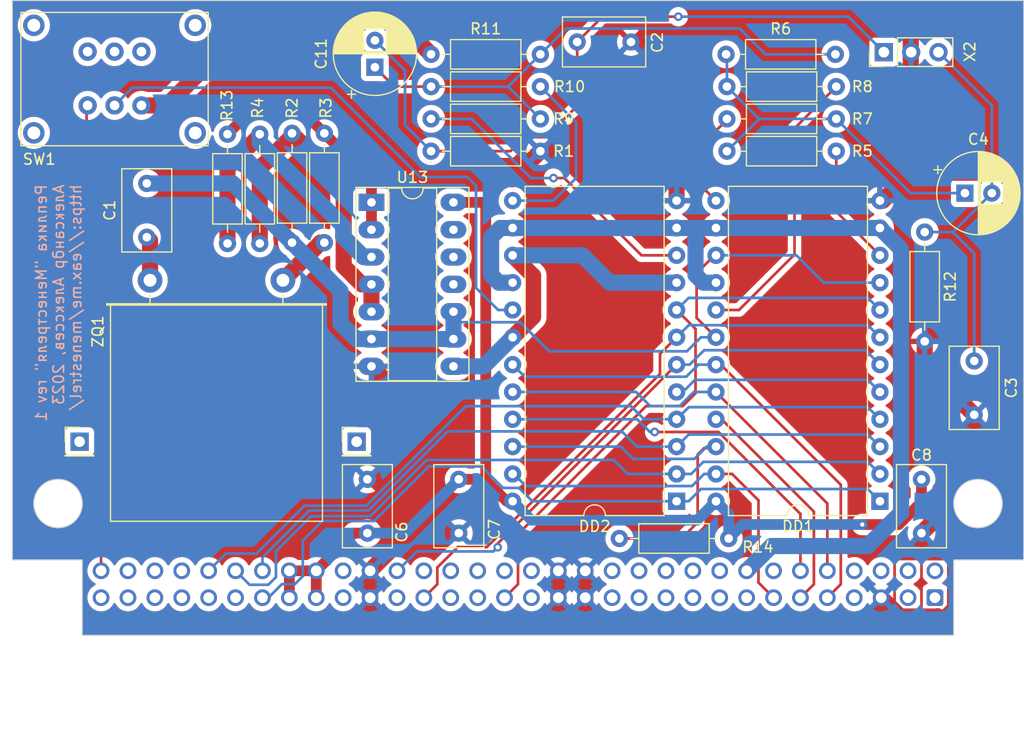
<source format=kicad_pcb>
(kicad_pcb (version 20221018) (generator pcbnew)
  (title_block (title "Реплика \"Менестреля\" ::: https://eax.me/menestrel/") (date "2023-06-18") (rev "1"))
  (layers (0 "F.Cu" signal) (31 "B.Cu" signal) (34 "B.Paste" user) (35 "F.Paste" user) (36 "B.SilkS" user "B.Silkscreen") (37 "F.SilkS" user "F.Silkscreen") (38 "B.Mask" user) (39 "F.Mask" user) (44 "Edge.Cuts" user))
  (net 0 "")
  (net 1 "Net-(C1-Pad1)")
  (net 2 "CLK_A")
  (net 3 "GND")
  (net 4 "Net-(C11-Pad2)")
  (net 5 "Net-(C3-Pad1)")
  (net 6 "Net-(C4-Pad1)")
  (net 7 "VCC")
  (net 8 "Net-(C11-Pad1)")
  (net 9 "DO07")
  (net 10 "DO06")
  (net 11 "DO05")
  (net 12 "DO04")
  (net 13 "DO03")
  (net 14 "DO02")
  (net 15 "DO01")
  (net 16 "DO00")
  (net 17 "Net-(DD1-OUT0)")
  (net 18 "DO15")
  (net 19 "Net-(DD1-OUT1)")
  (net 20 "Net-(DD1-OUT2)")
  (net 21 "DO08")
  (net 22 "DO09")
  (net 23 "DO10")
  (net 24 "Net-(DD1-~{RD})")
  (net 25 "DO12")
  (net 26 "CLK_B")
  (net 27 "Net-(DD2-OUT0)")
  (net 28 "Net-(DD2-OUT1)")
  (net 29 "Net-(DD2-OUT2)")
  (net 30 "DO11")
  (net 31 "Net-(R2-Pad1)")
  (net 32 "Net-(R13-Pad1)")
  (net 33 "Net-(R3-Pad2)")
  (net 34 "Net-(R13-Pad2)")
  (net 35 "Net-(SW1A-A)")
  (net 36 "IRQ2")
  (net 43 "Int#")
  (net 54 "DI05")
  (net 57 "DI07")
  (net 58 "DI01")
  (net 59 "DO14")
  (net 60 "DI13")
  (net 61 "DI09")
  (net 62 "DI11")
  (net 63 "RxTLG")
  (net 64 "TxTLG")
  (net 66 "DI03")
  (net 72 "DI04")
  (net 74 "DI06")
  (net 75 "DI02")
  (net 76 "DI00")
  (net 77 "DO13")
  (net 78 "DI14")
  (net 79 "DI12")
  (net 80 "DI08")
  (net 81 "DI10")
  (footprint "Resistor_THT:R_Axial_DIN0207_L6.3mm_D2.5mm_P10.16mm_Horizontal" (layer "F.Cu") (at 149.08 64 180)
    (fp_text reference "R1")
    (fp_text value "1K" hide)
  )
  (footprint "Capacitor_THT:CP_Radial_D7.5mm_P2.50mm" (layer "F.Cu") (at 188.538606 67.9)
    (fp_text reference "C4")
    (fp_text value "22u" hide)
  )
  (footprint "Resistor_THT:R_Axial_DIN0207_L6.3mm_D2.5mm_P10.16mm_Horizontal" (layer "F.Cu") (at 166.42 61)
    (fp_text reference "R7")
    (fp_text value "27K" hide)
  )
  (footprint "Resistor_THT:R_Axial_DIN0207_L6.3mm_D2.5mm_P10.16mm_Horizontal" (layer "F.Cu") (at 138.92 61)
    (fp_text reference "R9")
    (fp_text value "27K" hide)
  )
  (footprint "Resistor_THT:R_Axial_DIN0207_L6.3mm_D2.5mm_P10.16mm_Horizontal" (layer "F.Cu") (at 166.34 55)
    (fp_text reference "R6")
    (fp_text value "5K1" hide)
  )
  (footprint "Capacitor_THT:C_Disc_D7.5mm_W4.4mm_P5.00mm" (layer "F.Cu") (at 133 99.5 90)
    (fp_text reference "C6")
    (fp_text value "68n" hide)
  )
  (footprint "Resistor_THT:R_Axial_DIN0207_L6.3mm_D2.5mm_P10.16mm_Horizontal" (layer "F.Cu") (at 126 62.34 -90)
    (fp_text reference "R2")
    (fp_text value "560" hide)
  )
  (footprint "Resistor_THT:R_Axial_DIN0207_L6.3mm_D2.5mm_P10.16mm_Horizontal" (layer "F.Cu") (at 129 62.34 -90)
    (fp_text reference "R3")
    (fp_text value "220" hide)
  )
  (footprint "Resistor_THT:R_Axial_DIN0207_L6.3mm_D2.5mm_P10.16mm_Horizontal" (layer "F.Cu") (at 138.92 55)
    (fp_text reference "R11")
    (fp_text value "27K" hide)
  )
  (footprint "Capacitor_THT:C_Disc_D7.5mm_W4.4mm_P5.00mm" (layer "F.Cu") (at 141.5 94.5 -90)
    (fp_text reference "C7")
    (fp_text value "68n" hide)
  )
  (footprint "Resistor_THT:R_Axial_DIN0207_L6.3mm_D2.5mm_P10.16mm_Horizontal" (layer "F.Cu") (at 176.58 64 180)
    (fp_text reference "R5")
    (fp_text value "27K" hide)
  )
  (footprint "Package_DIP:DIP-24_W15.24mm" (layer "F.Cu") (at 161.74 96.54 180)
    (fp_text reference "DD2")
    (fp_text value "КР580ВИ53")
  )
  (footprint "Resistor_THT:R_Axial_DIN0207_L6.3mm_D2.5mm_P10.16mm_Horizontal" (layer "F.Cu") (at 184.8 71.52 -90)
    (fp_text reference "R12")
    (fp_text value "1K" hide)
  )
  (footprint "Resistor_THT:R_Axial_DIN0207_L6.3mm_D2.5mm_P10.16mm_Horizontal" (layer "F.Cu") (at 176.58 58 180)
    (fp_text reference "R8")
    (fp_text value "27K" hide)
  )
  (footprint "Resistor_THT:R_Axial_DIN0207_L6.3mm_D2.5mm_P10.16mm_Horizontal" (layer "F.Cu") (at 123 62.42 -90)
    (fp_text reference "R4")
    (fp_text value "220" hide)
  )
  (footprint "Connector_PinHeader_2.54mm:PinHeader_1x01_P2.54mm_Vertical" (layer "F.Cu") (at 132 91)
    (fp_text reference "J2" hide)
    (fp_text value "Conn_01x01" hide)
  )
  (footprint "Resistor_THT:R_Axial_DIN0207_L6.3mm_D2.5mm_P10.16mm_Horizontal" (layer "F.Cu") (at 166.58 100 180)
    (fp_text reference "R14")
    (fp_text value "1K" hide)
  )
  (footprint "Capacitor_THT:C_Disc_D7.5mm_W4.4mm_P5.00mm" (layer "F.Cu") (at 112.5 72 90)
    (fp_text reference "C1")
    (fp_text value "82p" hide)
  )
  (footprint "Crystal:Crystal_HC51_Horizontal" (layer "F.Cu") (at 112.8 76)
    (fp_text reference "ZQ1")
    (fp_text value "1 MHz" hide)
  )
  (footprint "Capacitor_THT:CP_Radial_D7.5mm_P2.50mm" (layer "F.Cu") (at 133.7 56.2 90)
    (fp_text reference "C11")
    (fp_text value "22u" hide)
  )
  (footprint "My_Library:SNP58_64_Male_Horizontal_THT" (layer "F.Cu") (at 185.75 105.5 180)
    (fp_text reference "X1" hide)
    (fp_text value "СНП58-64" hide)
  )
  (footprint "Resistor_THT:R_Axial_DIN0207_L6.3mm_D2.5mm_P10.16mm_Horizontal" (layer "F.Cu") (at 120 62.42 -90)
    (fp_text reference "R13")
    (fp_text value "560" hide)
  )
  (footprint "Capacitor_THT:C_Disc_D7.5mm_W4.4mm_P5.00mm" (layer "F.Cu") (at 184.5 94.5 -90)
    (fp_text reference "C8")
    (fp_text value "68n" hide)
  )
  (footprint "Capacitor_THT:C_Disc_D7.5mm_W4.4mm_P5.00mm" (layer "F.Cu") (at 189.4 83.5 -90)
    (fp_text reference "C3")
    (fp_text value "10u" hide)
  )
  (footprint "Connector_PinHeader_2.54mm:PinHeader_1x01_P2.54mm_Vertical" (layer "F.Cu") (at 106.25 91)
    (fp_text reference "J1" hide)
    (fp_text value "Conn_01x01" hide)
  )
  (footprint "Resistor_THT:R_Axial_DIN0207_L6.3mm_D2.5mm_P10.16mm_Horizontal" (layer "F.Cu") (at 149.08 58 180)
    (fp_text reference "R10")
    (fp_text value "27K" hide)
  )
  (footprint "Package_DIP:DIP-14_W7.62mm_Socket_LongPads" (layer "F.Cu") (at 133.38 68.76)
    (fp_text reference "U13")
    (fp_text value "К155ЛА3")
  )
  (footprint "My_Library:SW_PD11_5_DPDT" (layer "F.Cu") (at 113.5 58.5 180)
    (fp_text reference "SW1")
    (fp_text value "ПД11-5" hide)
  )
  (footprint "Package_DIP:DIP-24_W15.24mm" (layer "F.Cu") (at 180.64 96.54 180)
    (fp_text reference "DD1")
    (fp_text value "КР580ВИ53")
  )
  (footprint "Connector_PinHeader_2.54mm:PinHeader_1x03_P2.54mm_Vertical" (layer "F.Cu") (at 181 54.8 90)
    (fp_text reference "X2")
    (fp_text value "СГ-3" hide)
  )
  (footprint "Capacitor_THT:C_Disc_D7.5mm_W4.4mm_P5.00mm" (layer "F.Cu") (at 157.5 53.85 180)
    (fp_text reference "C2")
    (fp_text value "10u" hide)
  )
  (gr_line (start 194 50) (end 194 102) (stroke (width 0.1)) (layer "Edge.Cuts"))
  (gr_line (start 106.5 102) (end 100 102) (stroke (width 0.1)) (layer "Edge.Cuts"))
  (gr_circle (center 189.75 96.75) (end 189.75 99) (stroke (width 0.1)) (fill none) (layer "Edge.Cuts"))
  (gr_line (start 194 102) (end 187.5 102) (stroke (width 0.1)) (layer "Edge.Cuts"))
  (gr_line (start 106.5 109) (end 106.5 102) (stroke (width 0.1)) (layer "Edge.Cuts"))
  (gr_line (start 187.5 109) (end 106.5 109) (stroke (width 0.1)) (layer "Edge.Cuts"))
  (gr_circle (center 104.25 96.75) (end 104.25 99) (stroke (width 0.1)) (fill none) (layer "Edge.Cuts"))
  (gr_line (start 100 50) (end 194 50) (stroke (width 0.1)) (layer "Edge.Cuts"))
  (gr_line (start 187.5 102) (end 187.5 109) (stroke (width 0.1)) (layer "Edge.Cuts"))
  (gr_line (start 100 102) (end 100 50) (stroke (width 0.1)) (layer "Edge.Cuts"))
  (gr_text "Реплика {dblquote}Менестреля{dblquote} rev 1\nАлександр Алекссев, 2023\nhttps://eax.me/menestrel/" (at 106.5 67 90) (layer "B.SilkS") (effects (font (size 1 1)) (justify left bottom mirror)))
  (segment (start 112.8 72.3) (end 112.5 72) (width 0.25) (layer "F.Cu") (net 1))
  (segment (start 112.8 76) (end 112.8 72.3) (width 1.5) (layer "F.Cu") (net 1))
  (segment (start 163.6 75.34) (end 165.26 73.68) (width 0.25) (layer "F.Cu") (net 2))
  (segment (start 165.26 73.68) (end 165.4 73.68) (width 0.25) (layer "F.Cu") (net 2))
  (segment (start 165.4 81.3) (end 163.6 79.5) (width 0.25) (layer "F.Cu") (net 2))
  (segment (start 163.6 79.5) (end 163.6 75.34) (width 0.25) (layer "F.Cu") (net 2))
  (segment (start 141.1 79.9) (end 141 79.8) (width 0.25) (layer "B.Cu") (net 2))
  (segment (start 120.5 67) (end 126 72.5) (width 1.5) (layer "B.Cu") (net 2))
  (segment (start 131.96 81.46) (end 133.38 81.46) (width 1.5) (layer "B.Cu") (net 2))
  (segment (start 149.9 82.6) (end 147.2 79.9) (width 0.25) (layer "B.Cu") (net 2))
  (segment (start 126 72.5) (end 130.5 77) (width 1.5) (layer "B.Cu") (net 2))
  (segment (start 164 81.3) (end 162.7 82.6) (width 0.25) (layer "B.Cu") (net 2))
  (segment (start 147.2 79.9) (end 141.1 79.9) (width 0.25) (layer "B.Cu") (net 2))
  (segment (start 175.42 76.22) (end 180.64 76.22) (width 0.25) (layer "B.Cu") (net 2))
  (segment (start 130.5 77) (end 130.5 80) (width 1.5) (layer "B.Cu") (net 2))
  (segment (start 141 78.92) (end 141 81.46) (width 1.5) (layer "B.Cu") (net 2))
  (segment (start 112.5 67) (end 120.5 67) (width 1.5) (layer "B.Cu") (net 2))
  (segment (start 130.5 80) (end 131.96 81.46) (width 1.5) (layer "B.Cu") (net 2))
  (segment (start 141 79.8) (end 141 78.92) (width 0.25) (layer "B.Cu") (net 2))
  (segment (start 172.88 73.68) (end 175.42 76.22) (width 0.25) (layer "B.Cu") (net 2))
  (segment (start 141 81.46) (end 133.38 81.46) (width 1.5) (layer "B.Cu") (net 2))
  (segment (start 165.4 73.68) (end 172.88 73.68) (width 0.25) (layer "B.Cu") (net 2))
  (segment (start 162.7 82.6) (end 149.9 82.6) (width 0.25) (layer "B.Cu") (net 2))
  (segment (start 165.4 81.3) (end 164 81.3) (width 0.25) (layer "B.Cu") (net 2))
  (segment (start 136 86.62) (end 136 70) (width 1.5) (layer "F.Cu") (net 3))
  (segment (start 185.975 107.25) (end 186 107.225) (width 1.5) (layer "F.Cu") (net 3))
  (segment (start 184.1 64.9) (end 184.1 65.4) (width 1.5) (layer "F.Cu") (net 3))
  (segment (start 186.675 101.275) (end 182.025 101.275) (width 1.5) (layer "F.Cu") (net 3))
  (segment (start 153.25 103) (end 153.25 105.5) (width 1.5) (layer "F.Cu") (net 3))
  (segment (start 184.5 107.25) (end 185.975 107.25) (width 1.5) (layer "F.Cu") (net 3))
  (segment (start 136 70) (end 139.4 66.6) (width 1.5) (layer "F.Cu") (net 3))
  (segment (start 180.75 105.5) (end 182.5 107.25) (width 1.5) (layer "F.Cu") (net 3))
  (segment (start 185.2 66) (end 183.5 64.3) (width 1.5) (layer "F.Cu") (net 3))
  (segment (start 184.525 101.275) (end 186.675 101.275) (width 1.5) (layer "F.Cu") (net 3))
  (segment (start 146.48 66.6) (end 149.08 64) (width 1.5) (layer "F.Cu") (net 3))
  (segment (start 182.5 107.25) (end 182 106.75) (width 0.25) (layer "F.Cu") (net 3))
  (segment (start 184.5 99.5) (end 184.5 101.25) (width 1.5) (layer "F.Cu") (net 3))
  (segment (start 135.5 94.5) (end 133 94.5) (width 1.5) (layer "F.Cu") (net 3))
  (segment (start 151 107.75) (end 154.25 107.75) (width 1.5) (layer "F.Cu") (net 3))
  (segment (start 136 100.25) (end 136 94) (width 1.5) (layer "F.Cu") (net 3))
  (segment (start 186.25 95.45) (end 189.4 92.3) (width 1.5) (layer "F.Cu") (net 3))
  (segment (start 192.9 73.7) (end 192.9 65.9) (width 1.5) (layer "F.Cu") (net 3))
  (segment (start 184.5 99.5) (end 186.25 97.75) (width 1.5) (layer "F.Cu") (net 3))
  (segment (start 133.25 107.25) (end 133.25 105.5) (width 1.5) (layer "F.Cu") (net 3))
  (segment (start 192.8 66) (end 185.2 66) (width 1.5) (layer "F.Cu") (net 3))
  (segment (start 154 107.5) (end 153.25 106.75) (width 1.5) (layer "F.Cu") (net 3))
  (segment (start 153.25 106.75) (end 153.25 105.5) (width 1.5) (layer "F.Cu") (net 3))
  (segment (start 192.9 65.9) (end 192.8 66) (width 1.5) (layer "F.Cu") (net 3))
  (segment (start 161.74 64.1) (end 161.74 68.6) (width 1.5) (layer "F.Cu") (net 3))
  (segment (start 184.5 101.25) (end 184.525 101.275) (width 1.5) (layer "F.Cu") (net 3))
  (segment (start 182.025 101.275) (end 182 101.3) (width 1.5) (layer "F.Cu") (net 3))
  (segment (start 150.75 105.5) (end 150.75 107.5) (width 1.5) (layer "F.Cu") (net 3))
  (segment (start 150.75 107.5) (end 151 107.75) (width 1.5) (layer "F.Cu") (net 3))
  (segment (start 184.5 101.3) (end 184.5 107.25) (width 0.25) (layer "F.Cu") (net 3))
  (segment (start 157.5 53.85) (end 163.15 53.85) (width 1.5) (layer "F.Cu") (net 3))
  (segment (start 187 106.225) (end 186 107.225) (width 0.25) (layer "F.Cu") (net 3))
  (segment (start 180.25 107.75) (end 154.25 107.75) (width 1.5) (layer "F.Cu") (net 3))
  (segment (start 189.4 88.5) (end 184.8 83.9) (width 1.5) (layer "F.Cu") (net 3))
  (segment (start 184.1 65.4) (end 180.9 68.6) (width 1.5) (layer "F.Cu") (net 3))
  (segment (start 181.702081 51.5) (end 165.5 51.5) (width 1.5) (layer "F.Cu") (net 3))
  (segment (start 161.74 64.1) (end 163.15 62.69) (width 1.5) (layer "F.Cu") (net 3))
  (segment (start 180.5 107.5) (end 180.25 107.75) (width 1.5) (layer "F.Cu") (net 3))
  (segment (start 187 101.6) (end 187 106.225) (width 0.25) (layer "F.Cu") (net 3))
  (segment (start 183.5 64.3) (end 183.5 54.5) (width 1.5) (layer "F.Cu") (net 3))
  (segment (start 180.9 68.6) (end 180.64 68.6) (width 1.5) (layer "F.Cu") (net 3))
  (segment (start 150.75 103) (end 150.75 105.5) (width 1.5) (layer "F.Cu") (net 3))
  (segment (start 189.4 92.3) (end 189.4 88.5) (width 1.5) (layer "F.Cu") (net 3))
  (segment (start 163.15 62.69) (end 163.15 53.85) (width 1.5) (layer "F.Cu") (net 3))
  (segment (start 133.75 107.75) (end 133.25 107.25) (width 1.5) (layer "F.Cu") (net 3))
  (segment (start 186.7 101.3) (end 187 101.6) (width 0.25) (layer "F.Cu") (net 3))
  (segment (start 184.8 83.9) (end 184.8 81.68) (width 1.5) (layer "F.Cu") (net 3))
  (segment (start 186.25 97.75) (end 186.25 95.45) (width 1.5) (layer "F.Cu") (net 3))
  (segment (start 133.25 105.5) (end 133.25 103) (width 1.5) (layer "F.Cu") (net 3))
  (segment (start 141.5 99.5) (end 136.75 99.5) (width 1.5) (layer "F.Cu") (net 3))
  (segment (start 182 106.75) (end 182 101.3) (width 0.25) (layer "F.Cu") (net 3))
  (segment (start 139.4 66.6) (end 146.48 66.6) (width 1.5) (layer "F.Cu") (net 3))
  (segment (start 182.5 107.25) (end 184.5 107.25) (width 1.5) (layer "F.Cu") (net 3))
  (segment (start 186.675 101.275) (end 186.7 101.3) (width 1.5) (layer "F.Cu") (net 3))
  (segment (start 136 86.62) (end 136 94) (width 1.5) (layer "F.Cu") (net 3))
  (segment (start 154.25 107.75) (end 154 107.5) (width 1.5) (layer "F.Cu") (net 3))
  (segment (start 184.8 81.68) (end 192.78 73.7) (width 1.5) (layer "F.Cu") (net 3))
  (segment (start 183.5 54.5) (end 183.5 53.297919) (width 1.5) (layer "F.Cu") (net 3))
  (segment (start 151 107.75) (end 133.75 107.75) (width 1.5) (layer "F.Cu") (net 3))
  (segment (start 183.5 53.297919) (end 181.702081 51.5) (width 1.5) (layer "F.Cu") (net 3))
  (segment (start 136.75 99.5) (end 136 100.25) (width 1.5) (layer "F.Cu") (net 3))
  (segment (start 149.08 64) (end 161.64 64) (width 1.5) (layer "F.Cu") (net 3))
  (segment (start 180.75 107.25) (end 180.5 107.5) (width 0.25) (layer "F.Cu") (net 3))
  (segment (start 165.5 51.5) (end 163.15 53.85) (width 1.5) (layer "F.Cu") (net 3))
  (segment (start 133.38 84) (end 136 86.62) (width 1.5) (layer "F.Cu") (net 3))
  (segment (start 192.78 73.7) (end 192.9 73.7) (width 1.5) (layer "F.Cu") (net 3))
  (segment (start 136 94) (end 135.5 94.5) (width 1.5) (layer "F.Cu") (net 3))
  (segment (start 133.25 103) (end 136 100.25) (width 1.5) (layer "F.Cu") (net 3))
  (segment (start 180.75 105.5) (end 180.75 107.25) (width 1.5) (layer "F.Cu") (net 3))
  (segment (start 184.525 101.275) (end 184.5 101.3) (width 0.25) (layer "F.Cu") (net 3))
  (segment (start 161.64 64) (end 161.74 64.1) (width 1.5) (layer "F.Cu") (net 3))
  (segment (start 146.3 64) (end 138.92 64) (width 0.25) (layer "F.Cu") (net 4))
  (segment (start 152.5 59.8) (end 149.6 62.7) (width 0.25) (layer "F.Cu") (net 4))
  (segment (start 152.5 53.85) (end 152.5 59.8) (width 0.25) (layer "F.Cu") (net 4))
  (segment (start 149.6 62.7) (end 147.6 62.7) (width 0.25) (layer "F.Cu") (net 4))
  (segment (start 147.6 62.7) (end 146.3 64) (width 0.25) (layer "F.Cu") (net 4))
  (segment (start 154.8 51.55) (end 152.5 53.85) (width 0.25) (layer "F.Cu") (net 4))
  (segment (start 161.9 51.5) (end 154.8 51.5) (width 0.25) (layer "F.Cu") (net 4))
  (segment (start 154.8 51.5) (end 154.8 51.55) (width 0.25) (layer "F.Cu") (net 4))
  (via (at 161.9 51.5) (size 0.8) (drill 0.4) (layers "F.Cu" "B.Cu") (net 4))
  (segment (start 138.92 64) (end 136.5 61.58) (width 0.25) (layer "B.Cu") (net 4))
  (segment (start 177.7 51.5) (end 181 54.8) (width 0.25) (layer "B.Cu") (net 4))
  (segment (start 161.9 51.5) (end 177.7 51.5) (width 0.25) (layer "B.Cu") (net 4))
  (segment (start 136.5 61.58) (end 136.5 56.5) (width 0.25) (layer "B.Cu") (net 4))
  (segment (start 136.5 56.5) (end 133.7 53.7) (width 0.25) (layer "B.Cu") (net 4))
  (segment (start 191.038606 59.758606) (end 186.08 54.8) (width 0.25) (layer "B.Cu") (net 5))
  (segment (start 191.038606 67.9) (end 191.038606 59.758606) (width 0.25) (layer "B.Cu") (net 5))
  (segment (start 191.038606 67.9) (end 187.418606 71.52) (width 0.25) (layer "B.Cu") (net 5))
  (segment (start 187.418606 71.52) (end 184.8 71.52) (width 0.25) (layer "B.Cu") (net 5))
  (segment (start 189.4 73.501394) (end 187.418606 71.52) (width 0.25) (layer "B.Cu") (net 5))
  (segment (start 189.4 83.5) (end 189.4 73.501394) (width 0.25) (layer "B.Cu") (net 5))
  (segment (start 188.538606 67.9) (end 183.48 67.9) (width 0.25) (layer "B.Cu") (net 6))
  (segment (start 176.58 61) (end 169.42 61) (width 0.25) (layer "B.Cu") (net 6))
  (segment (start 166.42 58) (end 166.42 55.08) (width 0.25) (layer "B.Cu") (net 6))
  (segment (start 183.48 67.9) (end 176.58 61) (width 0.25) (layer "B.Cu") (net 6))
  (segment (start 169.42 61) (end 166.42 64) (width 0.25) (layer "B.Cu") (net 6))
  (segment (start 169.42 61) (end 166.42 58) (width 0.25) (layer "B.Cu") (net 6))
  (segment (start 166.42 55.08) (end 166.34 55) (width 0.25) (layer "B.Cu") (net 6))
  (segment (start 141.5 94.5) (end 143.9 94.5) (width 1) (layer "F.Cu") (net 7))
  (segment (start 182.4 98.7) (end 184.5 96.6) (width 1) (layer "F.Cu") (net 7))
  (segment (start 125.75 105.5) (end 125.75 103) (width 1) (layer "F.Cu") (net 7))
  (segment (start 128.25 105.5) (end 128.25 103) (width 1) (layer "F.Cu") (net 7))
  (segment (start 128.25 103) (end 131.75 99.5) (width 1) (layer "F.Cu") (net 7))
  (segment (start 184.5 96.6) (end 184.5 94.5) (width 1) (layer "F.Cu") (net 7))
  (segment (start 143.76 68.76) (end 144 69) (width 1) (layer "F.Cu") (net 7))
  (segment (start 144 69) (end 144 94.6) (width 1) (layer "F.Cu") (net 7))
  (segment (start 141 68.76) (end 143.76 68.76) (width 1) (layer "F.Cu") (net 7))
  (segment (start 131.75 99.5) (end 133 99.5) (width 1) (layer "F.Cu") (net 7))
  (segment (start 144 94.6) (end 145.94 96.54) (width 1) (layer "F.Cu") (net 7))
  (segment (start 125.75 103) (end 128.25 103) (width 1) (layer "F.Cu") (net 7))
  (segment (start 145.94 96.54) (end 146.5 96.54) (width 0.25) (layer "F.Cu") (net 7))
  (segment (start 143.9 94.5) (end 144 94.6) (width 0.25) (layer "F.Cu") (net 7))
  (segment (start 179 98.7) (end 182.4 98.7) (width 1) (layer "F.Cu") (net 7))
  (via (at 179 98.7) (size 0.8) (drill 0.4) (layers "F.Cu" "B.Cu") (net 7))
  (segment (start 133 99.5) (end 136.5 99.5) (width 1) (layer "B.Cu") (net 7))
  (segment (start 166.58 97.72) (end 165.4 96.54) (width 1) (layer "B.Cu") (net 7))
  (segment (start 163.64 98.3) (end 148.26 98.3) (width 1) (layer "B.Cu") (net 7))
  (segment (start 167.88 98.7) (end 179 98.7) (width 1) (layer "B.Cu") (net 7))
  (segment (start 148.26 98.3) (end 146.5 96.54) (width 1) (layer "B.Cu") (net 7))
  (segment (start 166.58 100) (end 167.88 98.7) (width 1) (layer "B.Cu") (net 7))
  (segment (start 136.5 99.5) (end 141.5 94.5) (width 1) (layer "B.Cu") (net 7))
  (segment (start 166.58 100) (end 166.58 97.72) (width 1) (layer "B.Cu") (net 7))
  (segment (start 165.4 96.54) (end 163.64 98.3) (width 1) (layer "B.Cu") (net 7))
  (segment (start 135.55 58.05) (end 133.7 56.2) (width 0.25) (layer "F.Cu") (net 8))
  (segment (start 135.7 58) (end 135.65 58.05) (width 0.25) (layer "F.Cu") (net 8))
  (segment (start 138.92 58) (end 135.7 58) (width 0.25) (layer "F.Cu") (net 8))
  (segment (start 135.65 58.05) (end 135.55 58.05) (width 0.25) (layer "F.Cu") (net 8))
  (segment (start 170 55) (end 167.6 52.6) (width 0.25) (layer "B.Cu") (net 8))
  (segment (start 146.08 58) (end 149.08 55) (width 0.25) (layer "B.Cu") (net 8))
  (segment (start 149.08 61) (end 146.08 58) (width 0.25) (layer "B.Cu") (net 8))
  (segment (start 146.08 58) (end 138.92 58) (width 0.25) (layer "B.Cu") (net 8))
  (segment (start 167.6 52.6) (end 151.48 52.6) (width 0.25) (layer "B.Cu") (net 8))
  (segment (start 176.5 55) (end 170 55) (width 0.25) (layer "B.Cu") (net 8))
  (segment (start 151.48 52.6) (end 149.08 55) (width 0.25) (layer "B.Cu") (net 8))
  (segment (start 123.25 105.5) (end 123.8 105.5) (width 0.25) (layer "B.Cu") (net 9))
  (segment (start 123.8 105.5) (end 125.05 104.25) (width 0.25) (layer "B.Cu") (net 9))
  (segment (start 162.86 96.54) (end 164 95.4) (width 0.25) (layer "B.Cu") (net 9))
  (segment (start 164 95.4) (end 179.5 95.4) (width 0.25) (layer "B.Cu") (net 9))
  (segment (start 143.6 93.3) (end 145.6 95.3) (width 0.25) (layer "B.Cu") (net 9))
  (segment (start 138.7 93.3) (end 143.6 93.3) (width 0.25) (layer "B.Cu") (net 9))
  (segment (start 145.6 95.3) (end 147.1 95.3) (width 0.25) (layer "B.Cu") (net 9))
  (segment (start 127 103.5) (end 127 100.194365) (width 0.25) (layer "B.Cu") (net 9))
  (segment (start 179.5 95.4) (end 180.64 96.54) (width 0.25) (layer "B.Cu") (net 9))
  (segment (start 127 100.194365) (end 128.819365 98.375) (width 0.25) (layer "B.Cu") (net 9))
  (segment (start 133.625 98.375) (end 138.7 93.3) (width 0.25) (layer "B.Cu") (net 9))
  (segment (start 147.1 95.3) (end 148.34 96.54) (width 0.25) (layer "B.Cu") (net 9))
  (segment (start 148.34 96.54) (end 161.74 96.54) (width 0.25) (layer "B.Cu") (net 9))
  (segment (start 126.25 104.25) (end 127 103.5) (width 0.25) (layer "B.Cu") (net 9))
  (segment (start 161.74 96.54) (end 162.86 96.54) (width 0.25) (layer "B.Cu") (net 9))
  (segment (start 128.819365 98.375) (end 133.625 98.375) (width 0.25) (layer "B.Cu") (net 9))
  (segment (start 125.05 104.25) (end 126.25 104.25) (width 0.25) (layer "B.Cu") (net 9))
  (segment (start 124.5 101.2) (end 124.5 103.6) (width 0.25) (layer "B.Cu") (net 10))
  (segment (start 122.05 104.3) (end 120.75 103) (width 0.25) (layer "B.Cu") (net 10))
  (segment (start 157.2 94) (end 155.9 92.7) (width 0.25) (layer "B.Cu") (net 10))
  (segment (start 133.275 97.925) (end 127.775 97.925) (width 0.25) (layer "B.Cu") (net 10))
  (segment (start 164.225 92.875) (end 179.515 92.875) (width 0.25) (layer "B.Cu") (net 10))
  (segment (start 127.775 97.925) (end 124.5 101.2) (width 0.25) (layer "B.Cu") (net 10))
  (segment (start 124.5 103.6) (end 123.8 104.3) (width 0.25) (layer "B.Cu") (net 10))
  (segment (start 155.9 92.7) (end 138.5 92.7) (width 0.25) (layer "B.Cu") (net 10))
  (segment (start 123.8 104.3) (end 122.05 104.3) (width 0.25) (layer "B.Cu") (net 10))
  (segment (start 179.515 92.875) (end 180.64 94) (width 0.25) (layer "B.Cu") (net 10))
  (segment (start 161.74 94) (end 157.2 94) (width 0.25) (layer "B.Cu") (net 10))
  (segment (start 163.1 94) (end 164.225 92.875) (width 0.25) (layer "B.Cu") (net 10))
  (segment (start 161.74 94) (end 163.1 94) (width 0.25) (layer "B.Cu") (net 10))
  (segment (start 138.5 92.7) (end 133.275 97.925) (width 0.25) (layer "B.Cu") (net 10))
  (segment (start 127.6 97.4) (end 123.25 101.75) (width 0.25) (layer "B.Cu") (net 11))
  (segment (start 161.74 91.46) (end 158.06 91.46) (width 0.25) (layer "B.Cu") (net 11))
  (segment (start 123.25 101.75) (end 123.25 103) (width 0.25) (layer "B.Cu") (net 11))
  (segment (start 133.095495 97.4) (end 127.6 97.4) (width 0.25) (layer "B.Cu") (net 11))
  (segment (start 162.865 90.335) (end 179.515 90.335) (width 0.25) (layer "B.Cu") (net 11))
  (segment (start 161.74 91.46) (end 162.865 90.335) (width 0.25) (layer "B.Cu") (net 11))
  (segment (start 140.450495 90.045) (end 133.095495 97.4) (width 0.25) (layer "B.Cu") (net 11))
  (segment (start 158.06 91.46) (end 156.645 90.045) (width 0.25) (layer "B.Cu") (net 11))
  (segment (start 156.645 90.045) (end 140.450495 90.045) (width 0.25) (layer "B.Cu") (net 11))
  (segment (start 179.515 90.335) (end 180.64 91.46) (width 0.25) (layer "B.Cu") (net 11))
  (segment (start 132.909099 96.95) (end 127.15 96.95) (width 0.25) (layer "B.Cu") (net 12))
  (segment (start 119.85 101.4) (end 118.25 103) (width 0.25) (layer "B.Cu") (net 12))
  (segment (start 161.74 88.92) (end 158.72 88.92) (width 0.25) (layer "B.Cu") (net 12))
  (segment (start 179.515 87.795) (end 180.64 88.92) (width 0.25) (layer "B.Cu") (net 12))
  (segment (start 157.5 87.7) (end 142.159099 87.7) (width 0.25) (layer "B.Cu") (net 12))
  (segment (start 158.72 88.92) (end 157.5 87.7) (width 0.25) (layer "B.Cu") (net 12))
  (segment (start 122.7 101.4) (end 119.85 101.4) (width 0.25) (layer "B.Cu") (net 12))
  (segment (start 142.159099 87.7) (end 132.909099 96.95) (width 0.25) (layer "B.Cu") (net 12))
  (segment (start 162.865 87.795) (end 179.515 87.795) (width 0.25) (layer "B.Cu") (net 12))
  (segment (start 127.15 96.95) (end 122.7 101.4) (width 0.25) (layer "B.Cu") (net 12))
  (segment (start 161.74 88.92) (end 162.865 87.795) (width 0.25) (layer "B.Cu") (net 12))
  (segment (start 163.445 85.255) (end 179.515 85.255) (width 0.25) (layer "B.Cu") (net 13))
  (segment (start 161.74 86.38) (end 162.32 86.38) (width 0.25) (layer "B.Cu") (net 13))
  (segment (start 162.32 86.38) (end 163.445 85.255) (width 0.25) (layer "B.Cu") (net 13))
  (segment (start 179.515 85.255) (end 180.64 86.38) (width 0.25) (layer "B.Cu") (net 13))
  (segment (start 145.112299 100.812299) (end 145.112299 100.467701) (width 0.25) (layer "F.Cu") (net 14))
  (segment (start 145.112299 100.467701) (end 161.74 83.84) (width 0.25) (layer "F.Cu") (net 14))
  (via (at 145.112299 100.812299) (size 0.8) (drill 0.4) (layers "F.Cu" "B.Cu") (net 14))
  (segment (start 135.8 103) (end 135.75 103) (width 0.25) (layer "B.Cu") (net 14))
  (segment (start 162.96 83.84) (end 164.3 82.5) (width 0.25) (layer "B.Cu") (net 14))
  (segment (start 145.112299 100.812299) (end 144.724598 101.2) (width 0.25) (layer "B.Cu") (net 14))
  (segment (start 137.6 101.2) (end 135.8 103) (width 0.25) (layer "B.Cu") (net 14))
  (segment (start 144.724598 101.2) (end 137.6 101.2) (width 0.25) (layer "B.Cu") (net 14))
  (segment (start 161.74 83.84) (end 162.96 83.84) (width 0.25) (layer "B.Cu") (net 14))
  (segment (start 164.3 82.5) (end 179.3 82.5) (width 0.25) (layer "B.Cu") (net 14))
  (segment (start 179.3 82.5) (end 180.64 83.84) (width 0.25) (layer "B.Cu") (net 14))
  (segment (start 160.2 84.7) (end 144.1 100.8) (width 0.25) (layer "F.Cu") (net 15))
  (segment (start 144.1 100.8) (end 141.394365 100.8) (width 0.25) (layer "F.Cu") (net 15))
  (segment (start 139.5 104.25) (end 138.25 105.5) (width 0.25) (layer "F.Cu") (net 15))
  (segment (start 141.394365 100.8) (end 139.5 102.694365) (width 0.25) (layer "F.Cu") (net 15))
  (segment (start 139.5 102.694365) (end 139.5 104.25) (width 0.25) (layer "F.Cu") (net 15))
  (segment (start 161.74 81.3) (end 160.2 82.84) (width 0.25) (layer "F.Cu") (net 15))
  (segment (start 160.2 82.84) (end 160.2 84.7) (width 0.25) (layer "F.Cu") (net 15))
  (segment (start 162.865 80.175) (end 165.865991 80.175) (width 0.25) (layer "B.Cu") (net 15))
  (segment (start 165.865991 80.175) (end 165.890991 80.2) (width 0.25) (layer "B.Cu") (net 15))
  (segment (start 161.74 81.3) (end 162.865 80.175) (width 0.25) (layer "B.Cu") (net 15))
  (segment (start 179.54 80.2) (end 180.64 81.3) (width 0.25) (layer "B.Cu") (net 15))
  (segment (start 165.890991 80.2) (end 179.54 80.2) (width 0.25) (layer "B.Cu") (net 15))
  (segment (start 147 104.25) (end 145.75 105.5) (width 0.25) (layer "F.Cu") (net 16))
  (segment (start 147 99.6) (end 147 104.25) (width 0.25) (layer "F.Cu") (net 16))
  (segment (start 163.5 86.5) (end 162.3 87.7) (width 0.25) (layer "F.Cu") (net 16))
  (segment (start 162.3 87.7) (end 158.9 87.7) (width 0.25) (layer "F.Cu") (net 16))
  (segment (start 163.5 80.52) (end 163.5 86.5) (width 0.25) (layer "F.Cu") (net 16))
  (segment (start 161.74 78.76) (end 163.5 80.52) (width 0.25) (layer "F.Cu") (net 16))
  (segment (start 158.9 87.7) (end 147 99.6) (width 0.25) (layer "F.Cu") (net 16))
  (segment (start 161.74 78.76) (end 162.865 77.635) (width 0.25) (layer "B.Cu") (net 16))
  (segment (start 179.515 77.635) (end 180.64 78.76) (width 0.25) (layer "B.Cu") (net 16))
  (segment (start 162.865 77.635) (end 179.515 77.635) (width 0.25) (layer "B.Cu") (net 16))
  (segment (start 180.64 73.68) (end 176.58 69.62) (width 0.25) (layer "F.Cu") (net 17))
  (segment (start 176.58 69.62) (end 176.58 64) (width 0.25) (layer "F.Cu") (net 17))
  (segment (start 144.5 72) (end 145.36 71.14) (width 1.5) (layer "B.Cu") (net 18))
  (segment (start 182.6 73.1) (end 182.6 97.6) (width 1.5) (layer "B.Cu") (net 18))
  (segment (start 165.4 76.22) (end 164.22 76.22) (width 1.5) (layer "B.Cu") (net 18))
  (segment (start 145.36 71.14) (end 146.5 71.14) (width 1.5) (layer "B.Cu") (net 18))
  (segment (start 179.5 100.7) (end 170.55 100.7) (width 1.5) (layer "B.Cu") (net 18))
  (segment (start 180.64 71.14) (end 165.4 71.14) (width 1.5) (layer "B.Cu") (net 18))
  (segment (start 144.5 75.5) (end 144.5 72) (width 1.5) (layer "B.Cu") (net 18))
  (segment (start 164.22 76.22) (end 163.5 75.5) (width 1.5) (layer "B.Cu") (net 18))
  (segment (start 180.64 71.14) (end 182.6 73.1) (width 1.5) (layer "B.Cu") (net 18))
  (segment (start 161.74 71.14) (end 146.5 71.14) (width 1.5) (layer "B.Cu") (net 18))
  (segment (start 145.22 76.22) (end 144.5 75.5) (width 1.5) (layer "B.Cu") (net 18))
  (segment (start 163.5 71.14) (end 161.74 71.14) (width 1.5) (layer "B.Cu") (net 18))
  (segment (start 165.4 71.14) (end 163.5 71.14) (width 1.5) (layer "B.Cu") (net 18))
  (segment (start 146.5 76.22) (end 145.22 76.22) (width 1.5) (layer "B.Cu") (net 18))
  (segment (start 163.5 75.5) (end 163.5 71.14) (width 1.5) (layer "B.Cu") (net 18))
  (segment (start 170.55 100.7) (end 168.25 103) (width 1.5) (layer "B.Cu") (net 18))
  (segment (start 182.6 97.6) (end 179.5 100.7) (width 1.5) (layer "B.Cu") (net 18))
  (segment (start 166.42 61.08) (end 166.42 61) (width 0.25) (layer "F.Cu") (net 19))
  (segment (start 164.5 63) (end 166.42 61.08) (width 0.25) (layer "F.Cu") (net 19))
  (segment (start 165.4 68.6) (end 164.5 67.7) (width 0.25) (layer "F.Cu") (net 19))
  (segment (start 164.5 67.7) (end 164.5 63) (width 0.25) (layer "F.Cu") (net 19))
  (segment (start 165.4 78.76) (end 167.54 78.76) (width 0.25) (layer "F.Cu") (net 20))
  (segment (start 167.54 78.76) (end 172.7 73.6) (width 0.25) (layer "F.Cu") (net 20))
  (segment (start 172.7 61.88) (end 176.58 58) (width 0.25) (layer "F.Cu") (net 20))
  (segment (start 172.7 73.6) (end 172.7 61.88) (width 0.25) (layer "F.Cu") (net 20))
  (segment (start 177 95) (end 165.84 83.84) (width 0.25) (layer "F.Cu") (net 21))
  (segment (start 175.75 105.5) (end 177 104.25) (width 0.25) (layer "F.Cu") (net 21))
  (segment (start 165.84 83.84) (end 165.4 83.84) (width 0.25) (layer "F.Cu") (net 21))
  (segment (start 177 104.25) (end 177 95) (width 0.25) (layer "F.Cu") (net 21))
  (segment (start 162.635 84.965) (end 163.76 83.84) (width 0.25) (layer "B.Cu") (net 21))
  (segment (start 146.5 83.84) (end 147.625 84.965) (width 0.25) (layer "B.Cu") (net 21))
  (segment (start 163.76 83.84) (end 165.4 83.84) (width 0.25) (layer "B.Cu") (net 21))
  (segment (start 147.625 84.965) (end 162.635 84.965) (width 0.25) (layer "B.Cu") (net 21))
  (segment (start 165.4 86.4) (end 165.4 86.38) (width 0.25) (layer "F.Cu") (net 22))
  (segment (start 175.75 96.75) (end 165.4 86.4) (width 0.25) (layer "F.Cu") (net 22))
  (segment (start 175.75 103) (end 175.75 96.75) (width 0.25) (layer "F.Cu") (net 22))
  (segment (start 159.3 87.7) (end 162.010991 87.7) (width 0.25) (layer "B.Cu") (net 22))
  (segment (start 162.010991 87.7) (end 163.330991 86.38) (width 0.25) (layer "B.Cu") (net 22))
  (segment (start 163.330991 86.38) (end 165.4 86.38) (width 0.25) (layer "B.Cu") (net 22))
  (segment (start 146.5 86.38) (end 157.98 86.38) (width 0.25) (layer "B.Cu") (net 22))
  (segment (start 157.98 86.38) (end 159.3 87.7) (width 0.25) (layer "B.Cu") (net 22))
  (segment (start 174.5 104.25) (end 174.5 97.5) (width 0.25) (layer "F.Cu") (net 23))
  (segment (start 165.92 88.92) (end 165.4 88.92) (width 0.25) (layer "F.Cu") (net 23))
  (segment (start 174.5 97.5) (end 165.92 88.92) (width 0.25) (layer "F.Cu") (net 23))
  (segment (start 173.25 105.5) (end 174.5 104.25) (width 0.25) (layer "F.Cu") (net 23))
  (segment (start 163.7 92.2) (end 164.3 91.6) (width 0.25) (layer "F.Cu") (net 24))
  (segment (start 163.7 98.5) (end 163.7 92.2) (width 0.25) (layer "F.Cu") (net 24))
  (segment (start 156.42 100) (end 162.2 100) (width 0.25) (layer "F.Cu") (net 24))
  (segment (start 165.26 91.6) (end 165.4 91.46) (width 0.25) (layer "F.Cu") (net 24))
  (segment (start 164.3 91.6) (end 165.26 91.6) (width 0.25) (layer "F.Cu") (net 24))
  (segment (start 162.2 100) (end 163.7 98.5) (width 0.25) (layer "F.Cu") (net 24))
  (segment (start 163.4 92.6) (end 157.7 92.6) (width 0.25) (layer "B.Cu") (net 24))
  (segment (start 165.4 91.46) (end 164.54 91.46) (width 0.25) (layer "B.Cu") (net 24))
  (segment (start 157.7 92.6) (end 156.56 91.46) (width 0.25) (layer "B.Cu") (net 24))
  (segment (start 164.54 91.46) (end 163.4 92.6) (width 0.25) (layer "B.Cu") (net 24))
  (segment (start 156.56 91.46) (end 146.5 91.46) (width 0.25) (layer "B.Cu") (net 24))
  (segment (start 170.75 105.5) (end 169.35 104.1) (width 0.25) (layer "F.Cu") (net 25))
  (segment (start 169.35 96.45) (end 166.9 94) (width 0.25) (layer "F.Cu") (net 25))
  (segment (start 169.35 104.1) (end 169.35 96.45) (width 0.25) (layer "F.Cu") (net 25))
  (segment (start 166.9 94) (end 165.4 94) (width 0.25) (layer "F.Cu") (net 25))
  (segment (start 147.725 95.125) (end 163.175 95.125) (width 0.25) (layer "B.Cu") (net 25))
  (segment (start 163.175 95.125) (end 164.3 94) (width 0.25) (layer "B.Cu") (net 25))
  (segment (start 146.5 94) (end 146.6 94) (width 0.25) (layer "B.Cu") (net 25))
  (segment (start 164.3 94) (end 165.4 94) (width 0.25) (layer "B.Cu") (net 25))
  (segment (start 146.6 94) (end 147.725 95.125) (width 0.25) (layer "B.Cu") (net 25))
  (segment (start 148.4 79.4) (end 146.5 81.3) (width 1.5) (layer "F.Cu") (net 26))
  (segment (start 148.4 75.58) (end 148.4 79.4) (width 1.5) (layer "F.Cu") (net 26))
  (segment (start 146.5 73.68) (end 148.4 75.58) (width 1.5) (layer "F.Cu") (net 26))
  (segment (start 141 84) (end 143.8 84) (width 1.5) (layer "B.Cu") (net 26))
  (segment (start 152.98 73.68) (end 155.52 76.22) (width 1.5) (layer "B.Cu") (net 26))
  (segment (start 155.52 76.22) (end 161.74 76.22) (width 1.5) (layer "B.Cu") (net 26))
  (segment (start 146.5 73.68) (end 152.98 73.68) (width 1.5) (layer "B.Cu") (net 26))
  (segment (start 143.8 84) (end 146.5 81.3) (width 1.5) (layer "B.Cu") (net 26))
  (segment (start 158.48 73.68) (end 161.74 73.68) (width 0.25) (layer "F.Cu") (net 27))
  (segment (start 151.3 66.5) (end 158.48 73.68) (width 0.25) (layer "F.Cu") (net 27))
  (segment (start 150.3 66.5) (end 151.3 66.5) (width 0.25) (layer "F.Cu") (net 27))
  (via (at 150.3 66.5) (size 0.8) (drill 0.4) (layers "F.Cu" "B.Cu") (net 27))
  (segment (start 142.7 61) (end 138.92 61) (width 0.25) (layer "B.Cu") (net 27))
  (segment (start 148.2 66.5) (end 142.7 61) (width 0.25) (layer "B.Cu") (net 27))
  (segment (start 150.3 66.5) (end 148.2 66.5) (width 0.25) (layer "B.Cu") (net 27))
  (segment (start 152.4 66.5) (end 150.3 68.6) (width 0.25) (layer "B.Cu") (net 28))
  (segment (start 150.3 68.6) (end 146.5 68.6) (width 0.25) (layer "B.Cu") (net 28))
  (segment (start 149.08 58) (end 152.4 61.32) (width 0.25) (layer "B.Cu") (net 28))
  (segment (start 152.4 61.32) (end 152.4 66.5) (width 0.25) (layer "B.Cu") (net 28))
  (segment (start 111.15 58.1) (end 109.5 59.75) (width 0.25) (layer "B.Cu") (net 29))
  (segment (start 145.16 78.76) (end 143.1 76.7) (width 0.25) (layer "B.Cu") (net 29))
  (segment (start 142.3 66.4) (end 137.9 66.4) (width 0.25) (layer "B.Cu") (net 29))
  (segment (start 143.1 67.2) (end 142.3 66.4) (width 0.25) (layer "B.Cu") (net 29))
  (segment (start 143.1 76.7) (end 143.1 67.2) (width 0.25) (layer "B.Cu") (net 29))
  (segment (start 137.9 66.4) (end 129.6 58.1) (width 0.25) (layer "B.Cu") (net 29))
  (segment (start 146.5 78.76) (end 145.16 78.76) (width 0.25) (layer "B.Cu") (net 29))
  (segment (start 129.6 58.1) (end 111.15 58.1) (width 0.25) (layer "B.Cu") (net 29))
  (segment (start 165.630991 90.1) (end 173.25 97.719009) (width 0.25) (layer "F.Cu") (net 30))
  (segment (start 159.7 90.1) (end 165.630991 90.1) (width 0.25) (layer "F.Cu") (net 30))
  (segment (start 173.25 97.719009) (end 173.25 103) (width 0.25) (layer "F.Cu") (net 30))
  (via (at 159.7 90.1) (size 0.8) (drill 0.4) (layers "F.Cu" "B.Cu") (net 30))
  (segment (start 158.083604 88.92) (end 146.5 88.92) (width 0.25) (layer "B.Cu") (net 30))
  (segment (start 159.7 90.1) (end 159.263604 90.1) (width 0.25) (layer "B.Cu") (net 30))
  (segment (start 159.263604 90.1) (end 158.083604 88.92) (width 0.25) (layer "B.Cu") (net 30))
  (segment (start 132.48 76.38) (end 130.8 74.7) (width 1.5) (layer "F.Cu") (net 31))
  (segment (start 123 65.6) (end 126 62.6) (width 1.5) (layer "F.Cu") (net 31))
  (segment (start 133.38 76.38) (end 132.48 76.38) (width 0.25) (layer "F.Cu") (net 31))
  (segment (start 126 62.4) (end 126 62.34) (width 1.5) (layer "F.Cu") (net 31))
  (segment (start 130.8 74.7) (end 130.8 67.2) (width 1.5) (layer "F.Cu") (net 31))
  (segment (start 126 62.6) (end 126 62.34) (width 1.5) (layer "F.Cu") (net 31))
  (segment (start 123 72.58) (end 123 65.6) (width 1.5) (layer "F.Cu") (net 31))
  (segment (start 130.8 67.2) (end 126 62.4) (width 1.5) (layer "F.Cu") (net 31))
  (segment (start 133.38 76.38) (end 133.38 78.92) (width 1.5) (layer "F.Cu") (net 31))
  (segment (start 129 62.34) (end 133.38 66.72) (width 1) (layer "F.Cu") (net 32))
  (segment (start 127.16 60.5) (end 129 62.34) (width 1) (layer "F.Cu") (net 32))
  (segment (start 133.38 66.72) (end 133.38 68.76) (width 1) (layer "F.Cu") (net 32))
  (segment (start 120 62.42) (end 121.92 60.5) (width 1) (layer "F.Cu") (net 32))
  (segment (start 133.38 68.76) (end 133.38 71.3) (width 1) (layer "F.Cu") (net 32))
  (segment (start 121.92 60.5) (end 127.16 60.5) (width 1) (layer "F.Cu") (net 32))
  (segment (start 128.65 72.5) (end 129 72.5) (width 1.5) (layer "F.Cu") (net 33))
  (segment (start 125.15 76) (end 128.65 72.5) (width 1.5) (layer "F.Cu") (net 33))
  (segment (start 120 65.55) (end 123 62.55) (width 1.5) (layer "F.Cu") (net 34))
  (segment (start 120 72.58) (end 120 65.55) (width 1.5) (layer "F.Cu") (net 34))
  (segment (start 123 62.55) (end 123 62.42) (width 1.5) (layer "F.Cu") (net 34))
  (segment (start 123 63.2) (end 130.75 70.95) (width 1.5) (layer "B.Cu") (net 34))
  (segment (start 132.64 73.84) (end 133.38 73.84) (width 1.5) (layer "B.Cu") (net 34))
  (segment (start 130.75 70.95) (end 130.75 71.95) (width 1.5) (layer "B.Cu") (net 34))
  (segment (start 130.75 71.95) (end 132.64 73.84) (width 1.5) (layer "B.Cu") (net 34))
  (segment (start 123 62.42) (end 123 63.2) (width 1.5) (layer "B.Cu") (net 34))
  (segment (start 114.35 59.75) (end 112 59.75) (width 1.5) (layer "F.Cu") (net 35))
  (segment (start 122.8 51.3) (end 114.35 59.75) (width 1.5) (layer "F.Cu") (net 35))
  (segment (start 138.92 55) (end 135.22 51.3) (width 1.5) (layer "F.Cu") (net 35))
  (segment (start 135.22 51.3) (end 122.8 51.3) (width 1.5) (layer "F.Cu") (net 35))
  (segment (start 106.9 86.5) (end 106.9 59.85) (width 0.25) (layer "F.Cu") (net 36))
  (segment (start 108.25 87.85) (end 106.9 86.5) (width 0.25) (layer "F.Cu") (net 36))
  (segment (start 108.25 103) (end 108.25 87.85) (width 0.25) (layer "F.Cu") (net 36))
  (segment (start 106.9 59.85) (end 107 59.75) (width 0.25) (layer "F.Cu") (net 36))
  (zone (net 3) (net_name "GND") (layer "F.Cu") (connect_pads (clearance 0.5)) (min_thickness 0.25) (fill yes (thermal_gap 0.5) (thermal_bridge_width 0.5))
    (polygon (pts (xy 106.5 102) (xy 100 102) (xy 100 50) (xy 194 50) (xy 194 102) (xy 187.5 102) (xy 187.5 109) (xy 106.5 109)))
  )
  (zone (net 3) (net_name "GND") (layer "B.Cu") (priority 1) (connect_pads (clearance 0.5)) (min_thickness 0.25) (fill yes (thermal_gap 0.5) (thermal_bridge_width 0.5))
    (polygon (pts (xy 106.5 102) (xy 100 102) (xy 100 50) (xy 194 50) (xy 194 102) (xy 187.5 102) (xy 187.5 109) (xy 106.5 109)))
  )
)
</source>
